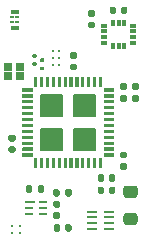
<source format=gbr>
%TF.GenerationSoftware,KiCad,Pcbnew,5.1.9-73d0e3b20d~88~ubuntu20.04.1*%
%TF.CreationDate,2022-04-15T22:34:28-04:00*%
%TF.ProjectId,ring,72696e67-2e6b-4696-9361-645f70636258,rev?*%
%TF.SameCoordinates,Original*%
%TF.FileFunction,Paste,Top*%
%TF.FilePolarity,Positive*%
%FSLAX46Y46*%
G04 Gerber Fmt 4.6, Leading zero omitted, Abs format (unit mm)*
G04 Created by KiCad (PCBNEW 5.1.9-73d0e3b20d~88~ubuntu20.04.1) date 2022-04-15 22:34:28*
%MOMM*%
%LPD*%
G01*
G04 APERTURE LIST*
%ADD10C,0.150000*%
%ADD11C,0.330000*%
%ADD12R,0.736600X0.304800*%
%ADD13R,0.300000X0.203200*%
%ADD14R,0.812800X0.254000*%
%ADD15R,0.850000X0.280000*%
%ADD16R,0.750000X0.280000*%
%ADD17R,0.576580X0.351536*%
%ADD18R,0.351536X0.576580*%
%ADD19R,0.750000X0.650000*%
%ADD20R,0.203200X0.203200*%
G04 APERTURE END LIST*
D10*
%TO.C,U1*%
G36*
X74214000Y-28540000D02*
G01*
X72434000Y-28540000D01*
X72434000Y-26760000D01*
X74214000Y-26760000D01*
X74214000Y-28540000D01*
G37*
X74214000Y-28540000D02*
X72434000Y-28540000D01*
X72434000Y-26760000D01*
X74214000Y-26760000D01*
X74214000Y-28540000D01*
G36*
X77014000Y-28540000D02*
G01*
X75234000Y-28540000D01*
X75234000Y-26760000D01*
X77014000Y-26760000D01*
X77014000Y-28540000D01*
G37*
X77014000Y-28540000D02*
X75234000Y-28540000D01*
X75234000Y-26760000D01*
X77014000Y-26760000D01*
X77014000Y-28540000D01*
G36*
X74214000Y-31340000D02*
G01*
X72434000Y-31340000D01*
X72434000Y-29560000D01*
X74214000Y-29560000D01*
X74214000Y-31340000D01*
G37*
X74214000Y-31340000D02*
X72434000Y-31340000D01*
X72434000Y-29560000D01*
X74214000Y-29560000D01*
X74214000Y-31340000D01*
G36*
X77014000Y-31340000D02*
G01*
X75234000Y-31340000D01*
X75234000Y-29560000D01*
X77014000Y-29560000D01*
X77014000Y-31340000D01*
G37*
X77014000Y-31340000D02*
X75234000Y-31340000D01*
X75234000Y-29560000D01*
X77014000Y-29560000D01*
X77014000Y-31340000D01*
%TD*%
%TO.C,C13*%
G36*
G01*
X70147000Y-30661000D02*
X69807000Y-30661000D01*
G75*
G02*
X69667000Y-30521000I0J140000D01*
G01*
X69667000Y-30241000D01*
G75*
G02*
X69807000Y-30101000I140000J0D01*
G01*
X70147000Y-30101000D01*
G75*
G02*
X70287000Y-30241000I0J-140000D01*
G01*
X70287000Y-30521000D01*
G75*
G02*
X70147000Y-30661000I-140000J0D01*
G01*
G37*
G36*
G01*
X70147000Y-31621000D02*
X69807000Y-31621000D01*
G75*
G02*
X69667000Y-31481000I0J140000D01*
G01*
X69667000Y-31201000D01*
G75*
G02*
X69807000Y-31061000I140000J0D01*
G01*
X70147000Y-31061000D01*
G75*
G02*
X70287000Y-31201000I0J-140000D01*
G01*
X70287000Y-31481000D01*
G75*
G02*
X70147000Y-31621000I-140000J0D01*
G01*
G37*
%TD*%
%TO.C,C2*%
G36*
G01*
X71982500Y-23588400D02*
X71781500Y-23588400D01*
G75*
G02*
X71702000Y-23508900I0J79500D01*
G01*
X71702000Y-23349900D01*
G75*
G02*
X71781500Y-23270400I79500J0D01*
G01*
X71982500Y-23270400D01*
G75*
G02*
X72062000Y-23349900I0J-79500D01*
G01*
X72062000Y-23508900D01*
G75*
G02*
X71982500Y-23588400I-79500J0D01*
G01*
G37*
G36*
G01*
X71982500Y-24278400D02*
X71781500Y-24278400D01*
G75*
G02*
X71702000Y-24198900I0J79500D01*
G01*
X71702000Y-24039900D01*
G75*
G02*
X71781500Y-23960400I79500J0D01*
G01*
X71982500Y-23960400D01*
G75*
G02*
X72062000Y-24039900I0J-79500D01*
G01*
X72062000Y-24198900D01*
G75*
G02*
X71982500Y-24278400I-79500J0D01*
G01*
G37*
%TD*%
%TO.C,C7*%
G36*
G01*
X72642900Y-23944000D02*
X72441900Y-23944000D01*
G75*
G02*
X72362400Y-23864500I0J79500D01*
G01*
X72362400Y-23705500D01*
G75*
G02*
X72441900Y-23626000I79500J0D01*
G01*
X72642900Y-23626000D01*
G75*
G02*
X72722400Y-23705500I0J-79500D01*
G01*
X72722400Y-23864500D01*
G75*
G02*
X72642900Y-23944000I-79500J0D01*
G01*
G37*
G36*
G01*
X72642900Y-24634000D02*
X72441900Y-24634000D01*
G75*
G02*
X72362400Y-24554500I0J79500D01*
G01*
X72362400Y-24395500D01*
G75*
G02*
X72441900Y-24316000I79500J0D01*
G01*
X72642900Y-24316000D01*
G75*
G02*
X72722400Y-24395500I0J-79500D01*
G01*
X72722400Y-24554500D01*
G75*
G02*
X72642900Y-24634000I-79500J0D01*
G01*
G37*
%TD*%
D11*
%TO.C,Q1*%
X70012800Y-37780080D03*
X70012800Y-38430080D03*
X70662800Y-37780080D03*
X70662800Y-38430080D03*
%TD*%
%TO.C,R4*%
G36*
G01*
X79585400Y-26277600D02*
X79215400Y-26277600D01*
G75*
G02*
X79080400Y-26142600I0J135000D01*
G01*
X79080400Y-25872600D01*
G75*
G02*
X79215400Y-25737600I135000J0D01*
G01*
X79585400Y-25737600D01*
G75*
G02*
X79720400Y-25872600I0J-135000D01*
G01*
X79720400Y-26142600D01*
G75*
G02*
X79585400Y-26277600I-135000J0D01*
G01*
G37*
G36*
G01*
X79585400Y-27297600D02*
X79215400Y-27297600D01*
G75*
G02*
X79080400Y-27162600I0J135000D01*
G01*
X79080400Y-26892600D01*
G75*
G02*
X79215400Y-26757600I135000J0D01*
G01*
X79585400Y-26757600D01*
G75*
G02*
X79720400Y-26892600I0J-135000D01*
G01*
X79720400Y-27162600D01*
G75*
G02*
X79585400Y-27297600I-135000J0D01*
G01*
G37*
%TD*%
%TO.C,R3*%
G36*
G01*
X80231400Y-26757600D02*
X80601400Y-26757600D01*
G75*
G02*
X80736400Y-26892600I0J-135000D01*
G01*
X80736400Y-27162600D01*
G75*
G02*
X80601400Y-27297600I-135000J0D01*
G01*
X80231400Y-27297600D01*
G75*
G02*
X80096400Y-27162600I0J135000D01*
G01*
X80096400Y-26892600D01*
G75*
G02*
X80231400Y-26757600I135000J0D01*
G01*
G37*
G36*
G01*
X80231400Y-25737600D02*
X80601400Y-25737600D01*
G75*
G02*
X80736400Y-25872600I0J-135000D01*
G01*
X80736400Y-26142600D01*
G75*
G02*
X80601400Y-26277600I-135000J0D01*
G01*
X80231400Y-26277600D01*
G75*
G02*
X80096400Y-26142600I0J135000D01*
G01*
X80096400Y-25872600D01*
G75*
G02*
X80231400Y-25737600I135000J0D01*
G01*
G37*
%TD*%
D12*
%TO.C,U3*%
X70205600Y-19659999D03*
D13*
X69990589Y-20150000D03*
X69990589Y-20550000D03*
D12*
X70205600Y-21040001D03*
D13*
X70420611Y-20550000D03*
X70420611Y-20150000D03*
%TD*%
%TO.C,C12*%
G36*
G01*
X73591600Y-36649000D02*
X73931600Y-36649000D01*
G75*
G02*
X74071600Y-36789000I0J-140000D01*
G01*
X74071600Y-37069000D01*
G75*
G02*
X73931600Y-37209000I-140000J0D01*
G01*
X73591600Y-37209000D01*
G75*
G02*
X73451600Y-37069000I0J140000D01*
G01*
X73451600Y-36789000D01*
G75*
G02*
X73591600Y-36649000I140000J0D01*
G01*
G37*
G36*
G01*
X73591600Y-35689000D02*
X73931600Y-35689000D01*
G75*
G02*
X74071600Y-35829000I0J-140000D01*
G01*
X74071600Y-36109000D01*
G75*
G02*
X73931600Y-36249000I-140000J0D01*
G01*
X73591600Y-36249000D01*
G75*
G02*
X73451600Y-36109000I0J140000D01*
G01*
X73451600Y-35829000D01*
G75*
G02*
X73591600Y-35689000I140000J0D01*
G01*
G37*
%TD*%
%TO.C,R2*%
G36*
G01*
X72172800Y-34881400D02*
X72172800Y-34511400D01*
G75*
G02*
X72307800Y-34376400I135000J0D01*
G01*
X72577800Y-34376400D01*
G75*
G02*
X72712800Y-34511400I0J-135000D01*
G01*
X72712800Y-34881400D01*
G75*
G02*
X72577800Y-35016400I-135000J0D01*
G01*
X72307800Y-35016400D01*
G75*
G02*
X72172800Y-34881400I0J135000D01*
G01*
G37*
G36*
G01*
X71152800Y-34881400D02*
X71152800Y-34511400D01*
G75*
G02*
X71287800Y-34376400I135000J0D01*
G01*
X71557800Y-34376400D01*
G75*
G02*
X71692800Y-34511400I0J-135000D01*
G01*
X71692800Y-34881400D01*
G75*
G02*
X71557800Y-35016400I-135000J0D01*
G01*
X71287800Y-35016400D01*
G75*
G02*
X71152800Y-34881400I0J135000D01*
G01*
G37*
%TD*%
%TO.C,R1*%
G36*
G01*
X74484200Y-35186200D02*
X74484200Y-34816200D01*
G75*
G02*
X74619200Y-34681200I135000J0D01*
G01*
X74889200Y-34681200D01*
G75*
G02*
X75024200Y-34816200I0J-135000D01*
G01*
X75024200Y-35186200D01*
G75*
G02*
X74889200Y-35321200I-135000J0D01*
G01*
X74619200Y-35321200D01*
G75*
G02*
X74484200Y-35186200I0J135000D01*
G01*
G37*
G36*
G01*
X73464200Y-35186200D02*
X73464200Y-34816200D01*
G75*
G02*
X73599200Y-34681200I135000J0D01*
G01*
X73869200Y-34681200D01*
G75*
G02*
X74004200Y-34816200I0J-135000D01*
G01*
X74004200Y-35186200D01*
G75*
G02*
X73869200Y-35321200I-135000J0D01*
G01*
X73599200Y-35321200D01*
G75*
G02*
X73464200Y-35186200I0J135000D01*
G01*
G37*
%TD*%
%TO.C,C4*%
G36*
G01*
X77778000Y-34628000D02*
X77778000Y-34968000D01*
G75*
G02*
X77638000Y-35108000I-140000J0D01*
G01*
X77358000Y-35108000D01*
G75*
G02*
X77218000Y-34968000I0J140000D01*
G01*
X77218000Y-34628000D01*
G75*
G02*
X77358000Y-34488000I140000J0D01*
G01*
X77638000Y-34488000D01*
G75*
G02*
X77778000Y-34628000I0J-140000D01*
G01*
G37*
G36*
G01*
X78738000Y-34628000D02*
X78738000Y-34968000D01*
G75*
G02*
X78598000Y-35108000I-140000J0D01*
G01*
X78318000Y-35108000D01*
G75*
G02*
X78178000Y-34968000I0J140000D01*
G01*
X78178000Y-34628000D01*
G75*
G02*
X78318000Y-34488000I140000J0D01*
G01*
X78598000Y-34488000D01*
G75*
G02*
X78738000Y-34628000I0J-140000D01*
G01*
G37*
%TD*%
D14*
%TO.C,U5*%
X76771500Y-36587999D03*
X76771500Y-37088000D03*
X76771500Y-37588000D03*
X76771500Y-38088001D03*
X78168500Y-38088001D03*
X78168500Y-37588000D03*
X78168500Y-37088000D03*
X78168500Y-36587999D03*
%TD*%
%TO.C,L3*%
G36*
G01*
X80360001Y-35443000D02*
X79659999Y-35443000D01*
G75*
G02*
X79410000Y-35193001I0J249999D01*
G01*
X79410000Y-34642999D01*
G75*
G02*
X79659999Y-34393000I249999J0D01*
G01*
X80360001Y-34393000D01*
G75*
G02*
X80610000Y-34642999I0J-249999D01*
G01*
X80610000Y-35193001D01*
G75*
G02*
X80360001Y-35443000I-249999J0D01*
G01*
G37*
G36*
G01*
X80360001Y-37743000D02*
X79659999Y-37743000D01*
G75*
G02*
X79410000Y-37493001I0J249999D01*
G01*
X79410000Y-36942999D01*
G75*
G02*
X79659999Y-36693000I249999J0D01*
G01*
X80360001Y-36693000D01*
G75*
G02*
X80610000Y-36942999I0J-249999D01*
G01*
X80610000Y-37493001D01*
G75*
G02*
X80360001Y-37743000I-249999J0D01*
G01*
G37*
%TD*%
%TO.C,C3*%
G36*
G01*
X74069600Y-37803000D02*
X74069600Y-38143000D01*
G75*
G02*
X73929600Y-38283000I-140000J0D01*
G01*
X73649600Y-38283000D01*
G75*
G02*
X73509600Y-38143000I0J140000D01*
G01*
X73509600Y-37803000D01*
G75*
G02*
X73649600Y-37663000I140000J0D01*
G01*
X73929600Y-37663000D01*
G75*
G02*
X74069600Y-37803000I0J-140000D01*
G01*
G37*
G36*
G01*
X75029600Y-37803000D02*
X75029600Y-38143000D01*
G75*
G02*
X74889600Y-38283000I-140000J0D01*
G01*
X74609600Y-38283000D01*
G75*
G02*
X74469600Y-38143000I0J140000D01*
G01*
X74469600Y-37803000D01*
G75*
G02*
X74609600Y-37663000I140000J0D01*
G01*
X74889600Y-37663000D01*
G75*
G02*
X75029600Y-37803000I0J-140000D01*
G01*
G37*
%TD*%
D15*
%TO.C,U4*%
X71484000Y-35796600D03*
D16*
X71434000Y-36296600D03*
X71434000Y-36796600D03*
X72584000Y-36796600D03*
X72584000Y-36296600D03*
X72584000Y-35796600D03*
%TD*%
%TO.C,C11*%
G36*
G01*
X78794000Y-19388000D02*
X78794000Y-19728000D01*
G75*
G02*
X78654000Y-19868000I-140000J0D01*
G01*
X78374000Y-19868000D01*
G75*
G02*
X78234000Y-19728000I0J140000D01*
G01*
X78234000Y-19388000D01*
G75*
G02*
X78374000Y-19248000I140000J0D01*
G01*
X78654000Y-19248000D01*
G75*
G02*
X78794000Y-19388000I0J-140000D01*
G01*
G37*
G36*
G01*
X79754000Y-19388000D02*
X79754000Y-19728000D01*
G75*
G02*
X79614000Y-19868000I-140000J0D01*
G01*
X79334000Y-19868000D01*
G75*
G02*
X79194000Y-19728000I0J140000D01*
G01*
X79194000Y-19388000D01*
G75*
G02*
X79334000Y-19248000I140000J0D01*
G01*
X79614000Y-19248000D01*
G75*
G02*
X79754000Y-19388000I0J-140000D01*
G01*
G37*
%TD*%
%TO.C,C10*%
G36*
G01*
X76878000Y-20120000D02*
X76538000Y-20120000D01*
G75*
G02*
X76398000Y-19980000I0J140000D01*
G01*
X76398000Y-19700000D01*
G75*
G02*
X76538000Y-19560000I140000J0D01*
G01*
X76878000Y-19560000D01*
G75*
G02*
X77018000Y-19700000I0J-140000D01*
G01*
X77018000Y-19980000D01*
G75*
G02*
X76878000Y-20120000I-140000J0D01*
G01*
G37*
G36*
G01*
X76878000Y-21080000D02*
X76538000Y-21080000D01*
G75*
G02*
X76398000Y-20940000I0J140000D01*
G01*
X76398000Y-20660000D01*
G75*
G02*
X76538000Y-20520000I140000J0D01*
G01*
X76878000Y-20520000D01*
G75*
G02*
X77018000Y-20660000I0J-140000D01*
G01*
X77018000Y-20940000D01*
G75*
G02*
X76878000Y-21080000I-140000J0D01*
G01*
G37*
%TD*%
%TO.C,C6*%
G36*
G01*
X75354000Y-23676000D02*
X75014000Y-23676000D01*
G75*
G02*
X74874000Y-23536000I0J140000D01*
G01*
X74874000Y-23256000D01*
G75*
G02*
X75014000Y-23116000I140000J0D01*
G01*
X75354000Y-23116000D01*
G75*
G02*
X75494000Y-23256000I0J-140000D01*
G01*
X75494000Y-23536000D01*
G75*
G02*
X75354000Y-23676000I-140000J0D01*
G01*
G37*
G36*
G01*
X75354000Y-24636000D02*
X75014000Y-24636000D01*
G75*
G02*
X74874000Y-24496000I0J140000D01*
G01*
X74874000Y-24216000D01*
G75*
G02*
X75014000Y-24076000I140000J0D01*
G01*
X75354000Y-24076000D01*
G75*
G02*
X75494000Y-24216000I0J-140000D01*
G01*
X75494000Y-24496000D01*
G75*
G02*
X75354000Y-24636000I-140000J0D01*
G01*
G37*
%TD*%
%TO.C,C5*%
G36*
G01*
X78178000Y-33926600D02*
X78178000Y-33586600D01*
G75*
G02*
X78318000Y-33446600I140000J0D01*
G01*
X78598000Y-33446600D01*
G75*
G02*
X78738000Y-33586600I0J-140000D01*
G01*
X78738000Y-33926600D01*
G75*
G02*
X78598000Y-34066600I-140000J0D01*
G01*
X78318000Y-34066600D01*
G75*
G02*
X78178000Y-33926600I0J140000D01*
G01*
G37*
G36*
G01*
X77218000Y-33926600D02*
X77218000Y-33586600D01*
G75*
G02*
X77358000Y-33446600I140000J0D01*
G01*
X77638000Y-33446600D01*
G75*
G02*
X77778000Y-33586600I0J-140000D01*
G01*
X77778000Y-33926600D01*
G75*
G02*
X77638000Y-34066600I-140000J0D01*
G01*
X77358000Y-34066600D01*
G75*
G02*
X77218000Y-33926600I0J140000D01*
G01*
G37*
%TD*%
%TO.C,C1*%
G36*
G01*
X79255800Y-32483400D02*
X79595800Y-32483400D01*
G75*
G02*
X79735800Y-32623400I0J-140000D01*
G01*
X79735800Y-32903400D01*
G75*
G02*
X79595800Y-33043400I-140000J0D01*
G01*
X79255800Y-33043400D01*
G75*
G02*
X79115800Y-32903400I0J140000D01*
G01*
X79115800Y-32623400D01*
G75*
G02*
X79255800Y-32483400I140000J0D01*
G01*
G37*
G36*
G01*
X79255800Y-31523400D02*
X79595800Y-31523400D01*
G75*
G02*
X79735800Y-31663400I0J-140000D01*
G01*
X79735800Y-31943400D01*
G75*
G02*
X79595800Y-32083400I-140000J0D01*
G01*
X79255800Y-32083400D01*
G75*
G02*
X79115800Y-31943400I0J140000D01*
G01*
X79115800Y-31663400D01*
G75*
G02*
X79255800Y-31523400I140000J0D01*
G01*
G37*
%TD*%
D17*
%TO.C,U2*%
X80204300Y-22340001D03*
X80204300Y-21840000D03*
X80204300Y-21340000D03*
X80204300Y-20839999D03*
D18*
X79493999Y-20633700D03*
X78994000Y-20633700D03*
X78494001Y-20633700D03*
D17*
X77783700Y-20839999D03*
X77783700Y-21340000D03*
X77783700Y-21840000D03*
X77783700Y-22340001D03*
D18*
X78494001Y-22546300D03*
X78994000Y-22546300D03*
X79493999Y-22546300D03*
%TD*%
D19*
%TO.C,Y1*%
X69629800Y-24364600D03*
X70679800Y-24364600D03*
X69629800Y-25114600D03*
X70679800Y-25114600D03*
%TD*%
D20*
%TO.C,AE1*%
X73470000Y-23035001D03*
X73470000Y-23622000D03*
X73470000Y-24208999D03*
X73978000Y-24208999D03*
X73978000Y-23622000D03*
X73978000Y-23035001D03*
%TD*%
%TO.C,U1*%
G36*
G01*
X77347100Y-25185000D02*
X77600900Y-25185000D01*
G75*
G02*
X77609000Y-25193100I0J-8100D01*
G01*
X77609000Y-26036900D01*
G75*
G02*
X77600900Y-26045000I-8100J0D01*
G01*
X77347100Y-26045000D01*
G75*
G02*
X77339000Y-26036900I0J8100D01*
G01*
X77339000Y-25193100D01*
G75*
G02*
X77347100Y-25185000I8100J0D01*
G01*
G37*
G36*
G01*
X76847100Y-25185000D02*
X77100900Y-25185000D01*
G75*
G02*
X77109000Y-25193100I0J-8100D01*
G01*
X77109000Y-26036900D01*
G75*
G02*
X77100900Y-26045000I-8100J0D01*
G01*
X76847100Y-26045000D01*
G75*
G02*
X76839000Y-26036900I0J8100D01*
G01*
X76839000Y-25193100D01*
G75*
G02*
X76847100Y-25185000I8100J0D01*
G01*
G37*
G36*
G01*
X76347100Y-25185000D02*
X76600900Y-25185000D01*
G75*
G02*
X76609000Y-25193100I0J-8100D01*
G01*
X76609000Y-26036900D01*
G75*
G02*
X76600900Y-26045000I-8100J0D01*
G01*
X76347100Y-26045000D01*
G75*
G02*
X76339000Y-26036900I0J8100D01*
G01*
X76339000Y-25193100D01*
G75*
G02*
X76347100Y-25185000I8100J0D01*
G01*
G37*
G36*
G01*
X75847100Y-25185000D02*
X76100900Y-25185000D01*
G75*
G02*
X76109000Y-25193100I0J-8100D01*
G01*
X76109000Y-26036900D01*
G75*
G02*
X76100900Y-26045000I-8100J0D01*
G01*
X75847100Y-26045000D01*
G75*
G02*
X75839000Y-26036900I0J8100D01*
G01*
X75839000Y-25193100D01*
G75*
G02*
X75847100Y-25185000I8100J0D01*
G01*
G37*
G36*
G01*
X75347100Y-25185000D02*
X75600900Y-25185000D01*
G75*
G02*
X75609000Y-25193100I0J-8100D01*
G01*
X75609000Y-26036900D01*
G75*
G02*
X75600900Y-26045000I-8100J0D01*
G01*
X75347100Y-26045000D01*
G75*
G02*
X75339000Y-26036900I0J8100D01*
G01*
X75339000Y-25193100D01*
G75*
G02*
X75347100Y-25185000I8100J0D01*
G01*
G37*
G36*
G01*
X74847100Y-25185000D02*
X75100900Y-25185000D01*
G75*
G02*
X75109000Y-25193100I0J-8100D01*
G01*
X75109000Y-26036900D01*
G75*
G02*
X75100900Y-26045000I-8100J0D01*
G01*
X74847100Y-26045000D01*
G75*
G02*
X74839000Y-26036900I0J8100D01*
G01*
X74839000Y-25193100D01*
G75*
G02*
X74847100Y-25185000I8100J0D01*
G01*
G37*
G36*
G01*
X74347100Y-25185000D02*
X74600900Y-25185000D01*
G75*
G02*
X74609000Y-25193100I0J-8100D01*
G01*
X74609000Y-26036900D01*
G75*
G02*
X74600900Y-26045000I-8100J0D01*
G01*
X74347100Y-26045000D01*
G75*
G02*
X74339000Y-26036900I0J8100D01*
G01*
X74339000Y-25193100D01*
G75*
G02*
X74347100Y-25185000I8100J0D01*
G01*
G37*
G36*
G01*
X73847100Y-25185000D02*
X74100900Y-25185000D01*
G75*
G02*
X74109000Y-25193100I0J-8100D01*
G01*
X74109000Y-26036900D01*
G75*
G02*
X74100900Y-26045000I-8100J0D01*
G01*
X73847100Y-26045000D01*
G75*
G02*
X73839000Y-26036900I0J8100D01*
G01*
X73839000Y-25193100D01*
G75*
G02*
X73847100Y-25185000I8100J0D01*
G01*
G37*
G36*
G01*
X73347100Y-25185000D02*
X73600900Y-25185000D01*
G75*
G02*
X73609000Y-25193100I0J-8100D01*
G01*
X73609000Y-26036900D01*
G75*
G02*
X73600900Y-26045000I-8100J0D01*
G01*
X73347100Y-26045000D01*
G75*
G02*
X73339000Y-26036900I0J8100D01*
G01*
X73339000Y-25193100D01*
G75*
G02*
X73347100Y-25185000I8100J0D01*
G01*
G37*
G36*
G01*
X72847100Y-25185000D02*
X73100900Y-25185000D01*
G75*
G02*
X73109000Y-25193100I0J-8100D01*
G01*
X73109000Y-26036900D01*
G75*
G02*
X73100900Y-26045000I-8100J0D01*
G01*
X72847100Y-26045000D01*
G75*
G02*
X72839000Y-26036900I0J8100D01*
G01*
X72839000Y-25193100D01*
G75*
G02*
X72847100Y-25185000I8100J0D01*
G01*
G37*
G36*
G01*
X72347100Y-25185000D02*
X72600900Y-25185000D01*
G75*
G02*
X72609000Y-25193100I0J-8100D01*
G01*
X72609000Y-26036900D01*
G75*
G02*
X72600900Y-26045000I-8100J0D01*
G01*
X72347100Y-26045000D01*
G75*
G02*
X72339000Y-26036900I0J8100D01*
G01*
X72339000Y-25193100D01*
G75*
G02*
X72347100Y-25185000I8100J0D01*
G01*
G37*
G36*
G01*
X71847100Y-25185000D02*
X72100900Y-25185000D01*
G75*
G02*
X72109000Y-25193100I0J-8100D01*
G01*
X72109000Y-26036900D01*
G75*
G02*
X72100900Y-26045000I-8100J0D01*
G01*
X71847100Y-26045000D01*
G75*
G02*
X71839000Y-26036900I0J8100D01*
G01*
X71839000Y-25193100D01*
G75*
G02*
X71847100Y-25185000I8100J0D01*
G01*
G37*
G36*
G01*
X71847100Y-32055000D02*
X72100900Y-32055000D01*
G75*
G02*
X72109000Y-32063100I0J-8100D01*
G01*
X72109000Y-32906900D01*
G75*
G02*
X72100900Y-32915000I-8100J0D01*
G01*
X71847100Y-32915000D01*
G75*
G02*
X71839000Y-32906900I0J8100D01*
G01*
X71839000Y-32063100D01*
G75*
G02*
X71847100Y-32055000I8100J0D01*
G01*
G37*
G36*
G01*
X72347100Y-32055000D02*
X72600900Y-32055000D01*
G75*
G02*
X72609000Y-32063100I0J-8100D01*
G01*
X72609000Y-32906900D01*
G75*
G02*
X72600900Y-32915000I-8100J0D01*
G01*
X72347100Y-32915000D01*
G75*
G02*
X72339000Y-32906900I0J8100D01*
G01*
X72339000Y-32063100D01*
G75*
G02*
X72347100Y-32055000I8100J0D01*
G01*
G37*
G36*
G01*
X72847100Y-32055000D02*
X73100900Y-32055000D01*
G75*
G02*
X73109000Y-32063100I0J-8100D01*
G01*
X73109000Y-32906900D01*
G75*
G02*
X73100900Y-32915000I-8100J0D01*
G01*
X72847100Y-32915000D01*
G75*
G02*
X72839000Y-32906900I0J8100D01*
G01*
X72839000Y-32063100D01*
G75*
G02*
X72847100Y-32055000I8100J0D01*
G01*
G37*
G36*
G01*
X73347100Y-32055000D02*
X73600900Y-32055000D01*
G75*
G02*
X73609000Y-32063100I0J-8100D01*
G01*
X73609000Y-32906900D01*
G75*
G02*
X73600900Y-32915000I-8100J0D01*
G01*
X73347100Y-32915000D01*
G75*
G02*
X73339000Y-32906900I0J8100D01*
G01*
X73339000Y-32063100D01*
G75*
G02*
X73347100Y-32055000I8100J0D01*
G01*
G37*
G36*
G01*
X73847100Y-32055000D02*
X74100900Y-32055000D01*
G75*
G02*
X74109000Y-32063100I0J-8100D01*
G01*
X74109000Y-32906900D01*
G75*
G02*
X74100900Y-32915000I-8100J0D01*
G01*
X73847100Y-32915000D01*
G75*
G02*
X73839000Y-32906900I0J8100D01*
G01*
X73839000Y-32063100D01*
G75*
G02*
X73847100Y-32055000I8100J0D01*
G01*
G37*
G36*
G01*
X74347100Y-32055000D02*
X74600900Y-32055000D01*
G75*
G02*
X74609000Y-32063100I0J-8100D01*
G01*
X74609000Y-32906900D01*
G75*
G02*
X74600900Y-32915000I-8100J0D01*
G01*
X74347100Y-32915000D01*
G75*
G02*
X74339000Y-32906900I0J8100D01*
G01*
X74339000Y-32063100D01*
G75*
G02*
X74347100Y-32055000I8100J0D01*
G01*
G37*
G36*
G01*
X74847100Y-32055000D02*
X75100900Y-32055000D01*
G75*
G02*
X75109000Y-32063100I0J-8100D01*
G01*
X75109000Y-32906900D01*
G75*
G02*
X75100900Y-32915000I-8100J0D01*
G01*
X74847100Y-32915000D01*
G75*
G02*
X74839000Y-32906900I0J8100D01*
G01*
X74839000Y-32063100D01*
G75*
G02*
X74847100Y-32055000I8100J0D01*
G01*
G37*
G36*
G01*
X75347100Y-32055000D02*
X75600900Y-32055000D01*
G75*
G02*
X75609000Y-32063100I0J-8100D01*
G01*
X75609000Y-32906900D01*
G75*
G02*
X75600900Y-32915000I-8100J0D01*
G01*
X75347100Y-32915000D01*
G75*
G02*
X75339000Y-32906900I0J8100D01*
G01*
X75339000Y-32063100D01*
G75*
G02*
X75347100Y-32055000I8100J0D01*
G01*
G37*
G36*
G01*
X75847100Y-32055000D02*
X76100900Y-32055000D01*
G75*
G02*
X76109000Y-32063100I0J-8100D01*
G01*
X76109000Y-32906900D01*
G75*
G02*
X76100900Y-32915000I-8100J0D01*
G01*
X75847100Y-32915000D01*
G75*
G02*
X75839000Y-32906900I0J8100D01*
G01*
X75839000Y-32063100D01*
G75*
G02*
X75847100Y-32055000I8100J0D01*
G01*
G37*
G36*
G01*
X76347100Y-32055000D02*
X76600900Y-32055000D01*
G75*
G02*
X76609000Y-32063100I0J-8100D01*
G01*
X76609000Y-32906900D01*
G75*
G02*
X76600900Y-32915000I-8100J0D01*
G01*
X76347100Y-32915000D01*
G75*
G02*
X76339000Y-32906900I0J8100D01*
G01*
X76339000Y-32063100D01*
G75*
G02*
X76347100Y-32055000I8100J0D01*
G01*
G37*
G36*
G01*
X76847100Y-32055000D02*
X77100900Y-32055000D01*
G75*
G02*
X77109000Y-32063100I0J-8100D01*
G01*
X77109000Y-32906900D01*
G75*
G02*
X77100900Y-32915000I-8100J0D01*
G01*
X76847100Y-32915000D01*
G75*
G02*
X76839000Y-32906900I0J8100D01*
G01*
X76839000Y-32063100D01*
G75*
G02*
X76847100Y-32055000I8100J0D01*
G01*
G37*
G36*
G01*
X77347100Y-32055000D02*
X77600900Y-32055000D01*
G75*
G02*
X77609000Y-32063100I0J-8100D01*
G01*
X77609000Y-32906900D01*
G75*
G02*
X77600900Y-32915000I-8100J0D01*
G01*
X77347100Y-32915000D01*
G75*
G02*
X77339000Y-32906900I0J8100D01*
G01*
X77339000Y-32063100D01*
G75*
G02*
X77347100Y-32055000I8100J0D01*
G01*
G37*
G36*
G01*
X78589000Y-31673100D02*
X78589000Y-31926900D01*
G75*
G02*
X78580900Y-31935000I-8100J0D01*
G01*
X77737100Y-31935000D01*
G75*
G02*
X77729000Y-31926900I0J8100D01*
G01*
X77729000Y-31673100D01*
G75*
G02*
X77737100Y-31665000I8100J0D01*
G01*
X78580900Y-31665000D01*
G75*
G02*
X78589000Y-31673100I0J-8100D01*
G01*
G37*
G36*
G01*
X78589000Y-31173100D02*
X78589000Y-31426900D01*
G75*
G02*
X78580900Y-31435000I-8100J0D01*
G01*
X77737100Y-31435000D01*
G75*
G02*
X77729000Y-31426900I0J8100D01*
G01*
X77729000Y-31173100D01*
G75*
G02*
X77737100Y-31165000I8100J0D01*
G01*
X78580900Y-31165000D01*
G75*
G02*
X78589000Y-31173100I0J-8100D01*
G01*
G37*
G36*
G01*
X78589000Y-30673100D02*
X78589000Y-30926900D01*
G75*
G02*
X78580900Y-30935000I-8100J0D01*
G01*
X77737100Y-30935000D01*
G75*
G02*
X77729000Y-30926900I0J8100D01*
G01*
X77729000Y-30673100D01*
G75*
G02*
X77737100Y-30665000I8100J0D01*
G01*
X78580900Y-30665000D01*
G75*
G02*
X78589000Y-30673100I0J-8100D01*
G01*
G37*
G36*
G01*
X78589000Y-30173100D02*
X78589000Y-30426900D01*
G75*
G02*
X78580900Y-30435000I-8100J0D01*
G01*
X77737100Y-30435000D01*
G75*
G02*
X77729000Y-30426900I0J8100D01*
G01*
X77729000Y-30173100D01*
G75*
G02*
X77737100Y-30165000I8100J0D01*
G01*
X78580900Y-30165000D01*
G75*
G02*
X78589000Y-30173100I0J-8100D01*
G01*
G37*
G36*
G01*
X78589000Y-29673100D02*
X78589000Y-29926900D01*
G75*
G02*
X78580900Y-29935000I-8100J0D01*
G01*
X77737100Y-29935000D01*
G75*
G02*
X77729000Y-29926900I0J8100D01*
G01*
X77729000Y-29673100D01*
G75*
G02*
X77737100Y-29665000I8100J0D01*
G01*
X78580900Y-29665000D01*
G75*
G02*
X78589000Y-29673100I0J-8100D01*
G01*
G37*
G36*
G01*
X78589000Y-29173100D02*
X78589000Y-29426900D01*
G75*
G02*
X78580900Y-29435000I-8100J0D01*
G01*
X77737100Y-29435000D01*
G75*
G02*
X77729000Y-29426900I0J8100D01*
G01*
X77729000Y-29173100D01*
G75*
G02*
X77737100Y-29165000I8100J0D01*
G01*
X78580900Y-29165000D01*
G75*
G02*
X78589000Y-29173100I0J-8100D01*
G01*
G37*
G36*
G01*
X78589000Y-28673100D02*
X78589000Y-28926900D01*
G75*
G02*
X78580900Y-28935000I-8100J0D01*
G01*
X77737100Y-28935000D01*
G75*
G02*
X77729000Y-28926900I0J8100D01*
G01*
X77729000Y-28673100D01*
G75*
G02*
X77737100Y-28665000I8100J0D01*
G01*
X78580900Y-28665000D01*
G75*
G02*
X78589000Y-28673100I0J-8100D01*
G01*
G37*
G36*
G01*
X78589000Y-28173100D02*
X78589000Y-28426900D01*
G75*
G02*
X78580900Y-28435000I-8100J0D01*
G01*
X77737100Y-28435000D01*
G75*
G02*
X77729000Y-28426900I0J8100D01*
G01*
X77729000Y-28173100D01*
G75*
G02*
X77737100Y-28165000I8100J0D01*
G01*
X78580900Y-28165000D01*
G75*
G02*
X78589000Y-28173100I0J-8100D01*
G01*
G37*
G36*
G01*
X78589000Y-27673100D02*
X78589000Y-27926900D01*
G75*
G02*
X78580900Y-27935000I-8100J0D01*
G01*
X77737100Y-27935000D01*
G75*
G02*
X77729000Y-27926900I0J8100D01*
G01*
X77729000Y-27673100D01*
G75*
G02*
X77737100Y-27665000I8100J0D01*
G01*
X78580900Y-27665000D01*
G75*
G02*
X78589000Y-27673100I0J-8100D01*
G01*
G37*
G36*
G01*
X78589000Y-27173100D02*
X78589000Y-27426900D01*
G75*
G02*
X78580900Y-27435000I-8100J0D01*
G01*
X77737100Y-27435000D01*
G75*
G02*
X77729000Y-27426900I0J8100D01*
G01*
X77729000Y-27173100D01*
G75*
G02*
X77737100Y-27165000I8100J0D01*
G01*
X78580900Y-27165000D01*
G75*
G02*
X78589000Y-27173100I0J-8100D01*
G01*
G37*
G36*
G01*
X78589000Y-26673100D02*
X78589000Y-26926900D01*
G75*
G02*
X78580900Y-26935000I-8100J0D01*
G01*
X77737100Y-26935000D01*
G75*
G02*
X77729000Y-26926900I0J8100D01*
G01*
X77729000Y-26673100D01*
G75*
G02*
X77737100Y-26665000I8100J0D01*
G01*
X78580900Y-26665000D01*
G75*
G02*
X78589000Y-26673100I0J-8100D01*
G01*
G37*
G36*
G01*
X78589000Y-26173100D02*
X78589000Y-26426900D01*
G75*
G02*
X78580900Y-26435000I-8100J0D01*
G01*
X77737100Y-26435000D01*
G75*
G02*
X77729000Y-26426900I0J8100D01*
G01*
X77729000Y-26173100D01*
G75*
G02*
X77737100Y-26165000I8100J0D01*
G01*
X78580900Y-26165000D01*
G75*
G02*
X78589000Y-26173100I0J-8100D01*
G01*
G37*
G36*
G01*
X71719000Y-26173100D02*
X71719000Y-26426900D01*
G75*
G02*
X71710900Y-26435000I-8100J0D01*
G01*
X70867100Y-26435000D01*
G75*
G02*
X70859000Y-26426900I0J8100D01*
G01*
X70859000Y-26173100D01*
G75*
G02*
X70867100Y-26165000I8100J0D01*
G01*
X71710900Y-26165000D01*
G75*
G02*
X71719000Y-26173100I0J-8100D01*
G01*
G37*
G36*
G01*
X71719000Y-26673100D02*
X71719000Y-26926900D01*
G75*
G02*
X71710900Y-26935000I-8100J0D01*
G01*
X70867100Y-26935000D01*
G75*
G02*
X70859000Y-26926900I0J8100D01*
G01*
X70859000Y-26673100D01*
G75*
G02*
X70867100Y-26665000I8100J0D01*
G01*
X71710900Y-26665000D01*
G75*
G02*
X71719000Y-26673100I0J-8100D01*
G01*
G37*
G36*
G01*
X71719000Y-27173100D02*
X71719000Y-27426900D01*
G75*
G02*
X71710900Y-27435000I-8100J0D01*
G01*
X70867100Y-27435000D01*
G75*
G02*
X70859000Y-27426900I0J8100D01*
G01*
X70859000Y-27173100D01*
G75*
G02*
X70867100Y-27165000I8100J0D01*
G01*
X71710900Y-27165000D01*
G75*
G02*
X71719000Y-27173100I0J-8100D01*
G01*
G37*
G36*
G01*
X71719000Y-27673100D02*
X71719000Y-27926900D01*
G75*
G02*
X71710900Y-27935000I-8100J0D01*
G01*
X70867100Y-27935000D01*
G75*
G02*
X70859000Y-27926900I0J8100D01*
G01*
X70859000Y-27673100D01*
G75*
G02*
X70867100Y-27665000I8100J0D01*
G01*
X71710900Y-27665000D01*
G75*
G02*
X71719000Y-27673100I0J-8100D01*
G01*
G37*
G36*
G01*
X71719000Y-28173100D02*
X71719000Y-28426900D01*
G75*
G02*
X71710900Y-28435000I-8100J0D01*
G01*
X70867100Y-28435000D01*
G75*
G02*
X70859000Y-28426900I0J8100D01*
G01*
X70859000Y-28173100D01*
G75*
G02*
X70867100Y-28165000I8100J0D01*
G01*
X71710900Y-28165000D01*
G75*
G02*
X71719000Y-28173100I0J-8100D01*
G01*
G37*
G36*
G01*
X71719000Y-28673100D02*
X71719000Y-28926900D01*
G75*
G02*
X71710900Y-28935000I-8100J0D01*
G01*
X70867100Y-28935000D01*
G75*
G02*
X70859000Y-28926900I0J8100D01*
G01*
X70859000Y-28673100D01*
G75*
G02*
X70867100Y-28665000I8100J0D01*
G01*
X71710900Y-28665000D01*
G75*
G02*
X71719000Y-28673100I0J-8100D01*
G01*
G37*
G36*
G01*
X71719000Y-29173100D02*
X71719000Y-29426900D01*
G75*
G02*
X71710900Y-29435000I-8100J0D01*
G01*
X70867100Y-29435000D01*
G75*
G02*
X70859000Y-29426900I0J8100D01*
G01*
X70859000Y-29173100D01*
G75*
G02*
X70867100Y-29165000I8100J0D01*
G01*
X71710900Y-29165000D01*
G75*
G02*
X71719000Y-29173100I0J-8100D01*
G01*
G37*
G36*
G01*
X71719000Y-29673100D02*
X71719000Y-29926900D01*
G75*
G02*
X71710900Y-29935000I-8100J0D01*
G01*
X70867100Y-29935000D01*
G75*
G02*
X70859000Y-29926900I0J8100D01*
G01*
X70859000Y-29673100D01*
G75*
G02*
X70867100Y-29665000I8100J0D01*
G01*
X71710900Y-29665000D01*
G75*
G02*
X71719000Y-29673100I0J-8100D01*
G01*
G37*
G36*
G01*
X71719000Y-30173100D02*
X71719000Y-30426900D01*
G75*
G02*
X71710900Y-30435000I-8100J0D01*
G01*
X70867100Y-30435000D01*
G75*
G02*
X70859000Y-30426900I0J8100D01*
G01*
X70859000Y-30173100D01*
G75*
G02*
X70867100Y-30165000I8100J0D01*
G01*
X71710900Y-30165000D01*
G75*
G02*
X71719000Y-30173100I0J-8100D01*
G01*
G37*
G36*
G01*
X71719000Y-30673100D02*
X71719000Y-30926900D01*
G75*
G02*
X71710900Y-30935000I-8100J0D01*
G01*
X70867100Y-30935000D01*
G75*
G02*
X70859000Y-30926900I0J8100D01*
G01*
X70859000Y-30673100D01*
G75*
G02*
X70867100Y-30665000I8100J0D01*
G01*
X71710900Y-30665000D01*
G75*
G02*
X71719000Y-30673100I0J-8100D01*
G01*
G37*
G36*
G01*
X71719000Y-31173100D02*
X71719000Y-31426900D01*
G75*
G02*
X71710900Y-31435000I-8100J0D01*
G01*
X70867100Y-31435000D01*
G75*
G02*
X70859000Y-31426900I0J8100D01*
G01*
X70859000Y-31173100D01*
G75*
G02*
X70867100Y-31165000I8100J0D01*
G01*
X71710900Y-31165000D01*
G75*
G02*
X71719000Y-31173100I0J-8100D01*
G01*
G37*
G36*
G01*
X71719000Y-31673100D02*
X71719000Y-31926900D01*
G75*
G02*
X71710900Y-31935000I-8100J0D01*
G01*
X70867100Y-31935000D01*
G75*
G02*
X70859000Y-31926900I0J8100D01*
G01*
X70859000Y-31673100D01*
G75*
G02*
X70867100Y-31665000I8100J0D01*
G01*
X71710900Y-31665000D01*
G75*
G02*
X71719000Y-31673100I0J-8100D01*
G01*
G37*
%TD*%
M02*

</source>
